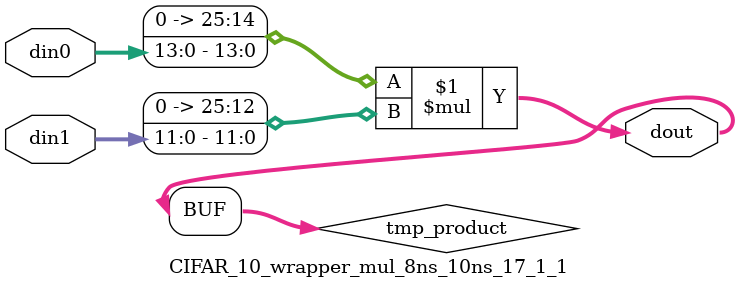
<source format=v>

`timescale 1 ns / 1 ps

  module CIFAR_10_wrapper_mul_8ns_10ns_17_1_1(din0, din1, dout);
parameter ID = 1;
parameter NUM_STAGE = 0;
parameter din0_WIDTH = 14;
parameter din1_WIDTH = 12;
parameter dout_WIDTH = 26;

input [din0_WIDTH - 1 : 0] din0; 
input [din1_WIDTH - 1 : 0] din1; 
output [dout_WIDTH - 1 : 0] dout;

wire signed [dout_WIDTH - 1 : 0] tmp_product;










assign tmp_product = $signed({1'b0, din0}) * $signed({1'b0, din1});











assign dout = tmp_product;







endmodule

</source>
